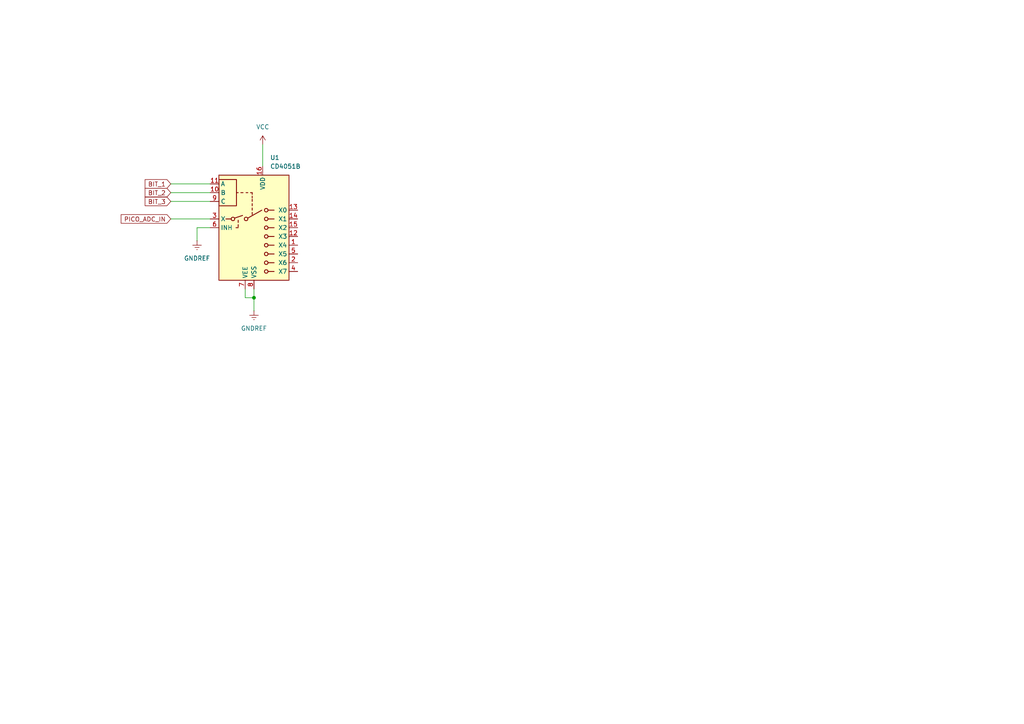
<source format=kicad_sch>
(kicad_sch (version 20250114) (generator "eeschema") (generator_version "9.0")
  (paper "A4")
  (lib_symbols
    (symbol "Analog_Switch:CD4051B"
      (property "Reference" "U" (at -10.16 16.51 0))
      (property "Value" "CD4051B" (at 3.81 16.51 0))
      (symbol "CD4051B_0_1"
        (rectangle (start -10.16 15.24) (end 10.16 -15.24) (stroke (width 0.254)) (fill (type background)))
        (rectangle (start -10.16 6.35) (end -5.08 13.97) (stroke (width 0.254)))
        (polyline (pts (xy -8.128 2.54) (xy -6.604 2.54)) (stroke (width 0.254)))
        (circle (center -6.096 2.54) (radius 0.508) (stroke (width 0.254)))
        (polyline (pts (xy -5.588 2.794) (xy -3.302 3.556)) (stroke (width 0.254)))
        (polyline (pts (xy -4.572 10.16) (xy -5.08 10.16)) (stroke (width 0.254)))
        (polyline (pts (xy -4.572 1.524) (xy -4.572 2.159)) (stroke (width 0.254)))
        (polyline (pts (xy -4.572 0.254) (xy -4.572 0.889)) (stroke (width 0.254)))
        (polyline (pts (xy -4.572 0) (xy -5.207 0)) (stroke (width 0.254)))
        (polyline (pts (xy -3.81 10.16) (xy -3.175 10.16)) (stroke (width 0.254)))
        (circle (center -2.286 2.54) (radius 0.508) (stroke (width 0.254)))
        (polyline (pts (xy -1.778 10.16) (xy -2.286 10.16)) (stroke (width 0.254)))
        (polyline (pts (xy -1.778 2.794) (xy 2.286 5.08)) (stroke (width 0.254)))
        (polyline (pts (xy -0.508 10.16) (xy -1.016 10.16)) (stroke (width 0.254)))
        (polyline (pts (xy -0.508 9.652) (xy -0.508 10.16)) (stroke (width 0.254)))
        (polyline (pts (xy -0.508 8.636) (xy -0.508 9.144)) (stroke (width 0.254)))
        (polyline (pts (xy -0.508 7.62) (xy -0.508 8.255)) (stroke (width 0.254)))
        (polyline (pts (xy -0.508 6.35) (xy -0.508 6.985)) (stroke (width 0.254)))
        (polyline (pts (xy -0.508 5.08) (xy -0.508 5.715)) (stroke (width 0.254)))
        (polyline (pts (xy -0.508 3.81) (xy -0.508 4.445)) (stroke (width 0.254)))
        (circle (center 3.556 5.08) (radius 0.508) (stroke (width 0.254)))
        (circle (center 3.556 2.54) (radius 0.508) (stroke (width 0.254)))
        (circle (center 3.556 0) (radius 0.508) (stroke (width 0.254)))
        (circle (center 3.556 -2.54) (radius 0.508) (stroke (width 0.254)))
        (circle (center 3.556 -5.08) (radius 0.508) (stroke (width 0.254)))
        (circle (center 3.556 -7.62) (radius 0.508) (stroke (width 0.254)))
        (circle (center 3.556 -10.16) (radius 0.508) (stroke (width 0.254)))
        (circle (center 3.556 -12.7) (radius 0.508) (stroke (width 0.254)))
        (polyline (pts (xy 4.064 5.08) (xy 5.842 5.08)) (stroke (width 0.254)))
        (polyline (pts (xy 4.064 2.54) (xy 5.842 2.54)) (stroke (width 0.254)))
        (polyline (pts (xy 4.064 0) (xy 5.842 0)) (stroke (width 0.254)))
        (polyline (pts (xy 4.064 -2.54) (xy 5.842 -2.54)) (stroke (width 0.254)))
        (polyline (pts (xy 4.064 -5.08) (xy 5.842 -5.08)) (stroke (width 0.254)))
        (polyline (pts (xy 4.064 -7.62) (xy 5.842 -7.62)) (stroke (width 0.254)))
        (polyline (pts (xy 4.064 -10.16) (xy 5.842 -10.16)) (stroke (width 0.254)))
        (polyline (pts (xy 4.064 -12.7) (xy 5.842 -12.7)) (stroke (width 0.254)))
      )
      (symbol "CD4051B_1_1"
        (pin input line (at -12.7 12.7 0) (length 2.54) (name "A") (number "11"))
        (pin input line (at -12.7 10.16 0) (length 2.54) (name "B") (number "10"))
        (pin input line (at -12.7 7.62 0) (length 2.54) (name "C") (number "9"))
        (pin bidirectional line (at -12.7 2.54 0) (length 2.54) (name "X") (number "3"))
        (pin input line (at -12.7 0 0) (length 2.54) (name "INH") (number "6"))
        (pin power_in line (at -2.54 -17.78 90) (length 2.54) (name "VEE") (number "7"))
        (pin power_in line (at 0 -17.78 90) (length 2.54) (name "VSS") (number "8"))
        (pin power_in line (at 2.54 17.78 270) (length 2.54) (name "VDD") (number "16"))
        (pin bidirectional line (at 12.7 5.08 180) (length 2.54) (name "X0") (number "13"))
        (pin bidirectional line (at 12.7 2.54 180) (length 2.54) (name "X1") (number "14"))
        (pin bidirectional line (at 12.7 0 180) (length 2.54) (name "X2") (number "15"))
        (pin bidirectional line (at 12.7 -2.54 180) (length 2.54) (name "X3") (number "12"))
        (pin bidirectional line (at 12.7 -5.08 180) (length 2.54) (name "X4") (number "1"))
        (pin bidirectional line (at 12.7 -7.62 180) (length 2.54) (name "X5") (number "5"))
        (pin bidirectional line (at 12.7 -10.16 180) (length 2.54) (name "X6") (number "2"))
        (pin bidirectional line (at 12.7 -12.7 180) (length 2.54) (name "X7") (number "4"))
      )
    )
    (symbol "power:GNDREF" (power) (pin_numbers (hide yes)) (pin_names (offset 0) (hide yes))
      (property "Value" "GNDREF" (at 0 -3.81 0))
      (symbol "GNDREF_0_1"
        (polyline (pts (xy -0.635 -1.905) (xy 0.635 -1.905)))
        (polyline (pts (xy -0.127 -2.54) (xy 0.127 -2.54)))
        (polyline (pts (xy 0 -1.27) (xy 0 0)))
        (polyline (pts (xy 1.27 -1.27) (xy -1.27 -1.27)))
      )
      (symbol "GNDREF_1_1"
        (pin power_in line (at 0 0 270) (length 0) (name "~") (number "1"))
      )
    )
    (symbol "power:VCC" (power) (pin_numbers (hide yes)) (pin_names (offset 0) (hide yes))
      (property "Value" "VCC" (at 0 3.556 0))
      (symbol "VCC_0_1"
        (polyline (pts (xy -0.762 1.27) (xy 0 2.54)))
        (polyline (pts (xy 0 2.54) (xy 0.762 1.27)))
        (polyline (pts (xy 0 0) (xy 0 2.54)))
      )
      (symbol "VCC_1_1"
        (pin power_in line (at 0 0 90) (length 0) (name "~") (number "1"))
      )
    )
  )
  (junction (at 73.66 86.36))
  (wire (pts (xy 76.2 41.91) (xy 76.2 48.26)))
  (wire (pts (xy 57.15 66.04) (xy 57.15 69.85)))
  (wire (pts (xy 60.96 66.04) (xy 57.15 66.04)))
  (wire (pts (xy 49.53 63.5) (xy 60.96 63.5)))
  (wire (pts (xy 49.53 53.34) (xy 60.96 53.34)))
  (wire (pts (xy 73.66 83.82) (xy 73.66 86.36)))
  (wire (pts (xy 71.12 86.36) (xy 73.66 86.36)))
  (wire (pts (xy 71.12 83.82) (xy 71.12 86.36)))
  (wire (pts (xy 73.66 86.36) (xy 73.66 90.17)))
  (wire (pts (xy 49.53 55.88) (xy 60.96 55.88)))
  (wire (pts (xy 49.53 58.42) (xy 60.96 58.42)))
  (global_label "BIT_1" (shape input) (at 49.53 53.34 180) (property "Intersheetrefs" "${INTERSHEET_REFS}" (effects (hide yes))))
  (global_label "BIT_3" (shape input) (at 49.53 58.42 180) (property "Intersheetrefs" "${INTERSHEET_REFS}" (effects (hide yes))))
  (global_label "PICO_ADC_IN" (shape input) (at 49.53 63.5 180) (property "Intersheetrefs" "${INTERSHEET_REFS}" (effects (hide yes))))
  (global_label "BIT_2" (shape input) (at 49.53 55.88 180) (property "Intersheetrefs" "${INTERSHEET_REFS}" (effects (hide yes))))
  (symbol (lib_id "power:VCC") (at 76.2 41.91 0) (unit 1)
    (property "Reference" "#PWR01" (effects (hide yes)))
    (property "Value" "VCC" (at 76.2 36.83 0))
    (property "Description" "Power symbol creates a global label with name \"VCC\"" (effects (hide yes)))
  )
  (symbol (lib_id "Analog_Switch:CD4051B") (at 73.66 66.04 0) (unit 1)
    (property "Reference" "U1" (at 78.3433 45.72 0) (effects (justify left)))
    (property "Value" "CD4051B" (at 78.3433 48.26 0) (effects (justify left)))
    (property "Datasheet" "http://www.ti.com/lit/ds/symlink/cd4052b.pdf" (effects (hide yes)))
    (property "Description" "CMOS single 8-channel analog multiplexer demultiplexer, TSSOP-16/DIP-16/SOIC-16" (effects (hide yes)))
  )
  (symbol (lib_id "power:GNDREF") (at 73.66 90.17 0) (unit 1)
    (property "Reference" "#PWR02" (effects (hide yes)))
    (property "Value" "GNDREF" (at 73.66 95.25 0))
    (property "Description" "Power symbol creates a global label with name \"GNDREF\" , reference supply ground" (effects (hide yes)))
  )
  (symbol (lib_id "power:GNDREF") (at 57.15 69.85 0) (unit 1)
    (property "Reference" "#PWR03" (effects (hide yes)))
    (property "Value" "GNDREF" (at 57.15 74.93 0))
    (property "Description" "Power symbol creates a global label with name \"GNDREF\" , reference supply ground" (effects (hide yes)))
  )
)
</source>
